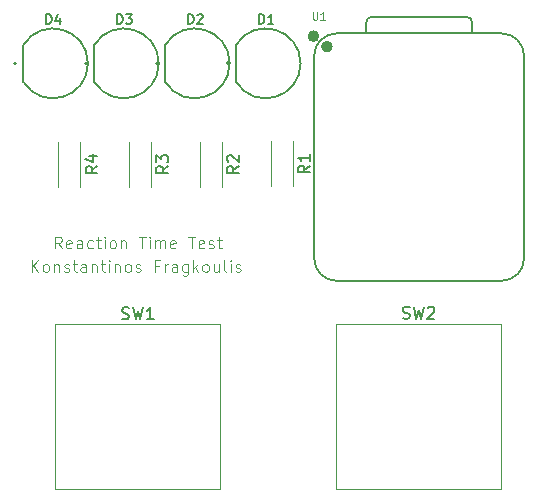
<source format=gbr>
%TF.GenerationSoftware,KiCad,Pcbnew,9.0.2*%
%TF.CreationDate,2025-07-04T12:16:03+03:00*%
%TF.ProjectId,pathfinder,70617468-6669-46e6-9465-722e6b696361,rev?*%
%TF.SameCoordinates,Original*%
%TF.FileFunction,Legend,Top*%
%TF.FilePolarity,Positive*%
%FSLAX46Y46*%
G04 Gerber Fmt 4.6, Leading zero omitted, Abs format (unit mm)*
G04 Created by KiCad (PCBNEW 9.0.2) date 2025-07-04 12:16:03*
%MOMM*%
%LPD*%
G01*
G04 APERTURE LIST*
%ADD10C,0.100000*%
%ADD11C,0.150000*%
%ADD12C,0.101600*%
%ADD13C,0.120000*%
%ADD14C,0.127000*%
%ADD15C,0.200000*%
%ADD16C,0.504000*%
G04 APERTURE END LIST*
D10*
X137403884Y-100922419D02*
X137403884Y-99922419D01*
X137975312Y-100922419D02*
X137546741Y-100350990D01*
X137975312Y-99922419D02*
X137403884Y-100493847D01*
X138546741Y-100922419D02*
X138451503Y-100874800D01*
X138451503Y-100874800D02*
X138403884Y-100827180D01*
X138403884Y-100827180D02*
X138356265Y-100731942D01*
X138356265Y-100731942D02*
X138356265Y-100446228D01*
X138356265Y-100446228D02*
X138403884Y-100350990D01*
X138403884Y-100350990D02*
X138451503Y-100303371D01*
X138451503Y-100303371D02*
X138546741Y-100255752D01*
X138546741Y-100255752D02*
X138689598Y-100255752D01*
X138689598Y-100255752D02*
X138784836Y-100303371D01*
X138784836Y-100303371D02*
X138832455Y-100350990D01*
X138832455Y-100350990D02*
X138880074Y-100446228D01*
X138880074Y-100446228D02*
X138880074Y-100731942D01*
X138880074Y-100731942D02*
X138832455Y-100827180D01*
X138832455Y-100827180D02*
X138784836Y-100874800D01*
X138784836Y-100874800D02*
X138689598Y-100922419D01*
X138689598Y-100922419D02*
X138546741Y-100922419D01*
X139308646Y-100255752D02*
X139308646Y-100922419D01*
X139308646Y-100350990D02*
X139356265Y-100303371D01*
X139356265Y-100303371D02*
X139451503Y-100255752D01*
X139451503Y-100255752D02*
X139594360Y-100255752D01*
X139594360Y-100255752D02*
X139689598Y-100303371D01*
X139689598Y-100303371D02*
X139737217Y-100398609D01*
X139737217Y-100398609D02*
X139737217Y-100922419D01*
X140165789Y-100874800D02*
X140261027Y-100922419D01*
X140261027Y-100922419D02*
X140451503Y-100922419D01*
X140451503Y-100922419D02*
X140546741Y-100874800D01*
X140546741Y-100874800D02*
X140594360Y-100779561D01*
X140594360Y-100779561D02*
X140594360Y-100731942D01*
X140594360Y-100731942D02*
X140546741Y-100636704D01*
X140546741Y-100636704D02*
X140451503Y-100589085D01*
X140451503Y-100589085D02*
X140308646Y-100589085D01*
X140308646Y-100589085D02*
X140213408Y-100541466D01*
X140213408Y-100541466D02*
X140165789Y-100446228D01*
X140165789Y-100446228D02*
X140165789Y-100398609D01*
X140165789Y-100398609D02*
X140213408Y-100303371D01*
X140213408Y-100303371D02*
X140308646Y-100255752D01*
X140308646Y-100255752D02*
X140451503Y-100255752D01*
X140451503Y-100255752D02*
X140546741Y-100303371D01*
X140880075Y-100255752D02*
X141261027Y-100255752D01*
X141022932Y-99922419D02*
X141022932Y-100779561D01*
X141022932Y-100779561D02*
X141070551Y-100874800D01*
X141070551Y-100874800D02*
X141165789Y-100922419D01*
X141165789Y-100922419D02*
X141261027Y-100922419D01*
X142022932Y-100922419D02*
X142022932Y-100398609D01*
X142022932Y-100398609D02*
X141975313Y-100303371D01*
X141975313Y-100303371D02*
X141880075Y-100255752D01*
X141880075Y-100255752D02*
X141689599Y-100255752D01*
X141689599Y-100255752D02*
X141594361Y-100303371D01*
X142022932Y-100874800D02*
X141927694Y-100922419D01*
X141927694Y-100922419D02*
X141689599Y-100922419D01*
X141689599Y-100922419D02*
X141594361Y-100874800D01*
X141594361Y-100874800D02*
X141546742Y-100779561D01*
X141546742Y-100779561D02*
X141546742Y-100684323D01*
X141546742Y-100684323D02*
X141594361Y-100589085D01*
X141594361Y-100589085D02*
X141689599Y-100541466D01*
X141689599Y-100541466D02*
X141927694Y-100541466D01*
X141927694Y-100541466D02*
X142022932Y-100493847D01*
X142499123Y-100255752D02*
X142499123Y-100922419D01*
X142499123Y-100350990D02*
X142546742Y-100303371D01*
X142546742Y-100303371D02*
X142641980Y-100255752D01*
X142641980Y-100255752D02*
X142784837Y-100255752D01*
X142784837Y-100255752D02*
X142880075Y-100303371D01*
X142880075Y-100303371D02*
X142927694Y-100398609D01*
X142927694Y-100398609D02*
X142927694Y-100922419D01*
X143261028Y-100255752D02*
X143641980Y-100255752D01*
X143403885Y-99922419D02*
X143403885Y-100779561D01*
X143403885Y-100779561D02*
X143451504Y-100874800D01*
X143451504Y-100874800D02*
X143546742Y-100922419D01*
X143546742Y-100922419D02*
X143641980Y-100922419D01*
X143975314Y-100922419D02*
X143975314Y-100255752D01*
X143975314Y-99922419D02*
X143927695Y-99970038D01*
X143927695Y-99970038D02*
X143975314Y-100017657D01*
X143975314Y-100017657D02*
X144022933Y-99970038D01*
X144022933Y-99970038D02*
X143975314Y-99922419D01*
X143975314Y-99922419D02*
X143975314Y-100017657D01*
X144451504Y-100255752D02*
X144451504Y-100922419D01*
X144451504Y-100350990D02*
X144499123Y-100303371D01*
X144499123Y-100303371D02*
X144594361Y-100255752D01*
X144594361Y-100255752D02*
X144737218Y-100255752D01*
X144737218Y-100255752D02*
X144832456Y-100303371D01*
X144832456Y-100303371D02*
X144880075Y-100398609D01*
X144880075Y-100398609D02*
X144880075Y-100922419D01*
X145499123Y-100922419D02*
X145403885Y-100874800D01*
X145403885Y-100874800D02*
X145356266Y-100827180D01*
X145356266Y-100827180D02*
X145308647Y-100731942D01*
X145308647Y-100731942D02*
X145308647Y-100446228D01*
X145308647Y-100446228D02*
X145356266Y-100350990D01*
X145356266Y-100350990D02*
X145403885Y-100303371D01*
X145403885Y-100303371D02*
X145499123Y-100255752D01*
X145499123Y-100255752D02*
X145641980Y-100255752D01*
X145641980Y-100255752D02*
X145737218Y-100303371D01*
X145737218Y-100303371D02*
X145784837Y-100350990D01*
X145784837Y-100350990D02*
X145832456Y-100446228D01*
X145832456Y-100446228D02*
X145832456Y-100731942D01*
X145832456Y-100731942D02*
X145784837Y-100827180D01*
X145784837Y-100827180D02*
X145737218Y-100874800D01*
X145737218Y-100874800D02*
X145641980Y-100922419D01*
X145641980Y-100922419D02*
X145499123Y-100922419D01*
X146213409Y-100874800D02*
X146308647Y-100922419D01*
X146308647Y-100922419D02*
X146499123Y-100922419D01*
X146499123Y-100922419D02*
X146594361Y-100874800D01*
X146594361Y-100874800D02*
X146641980Y-100779561D01*
X146641980Y-100779561D02*
X146641980Y-100731942D01*
X146641980Y-100731942D02*
X146594361Y-100636704D01*
X146594361Y-100636704D02*
X146499123Y-100589085D01*
X146499123Y-100589085D02*
X146356266Y-100589085D01*
X146356266Y-100589085D02*
X146261028Y-100541466D01*
X146261028Y-100541466D02*
X146213409Y-100446228D01*
X146213409Y-100446228D02*
X146213409Y-100398609D01*
X146213409Y-100398609D02*
X146261028Y-100303371D01*
X146261028Y-100303371D02*
X146356266Y-100255752D01*
X146356266Y-100255752D02*
X146499123Y-100255752D01*
X146499123Y-100255752D02*
X146594361Y-100303371D01*
X148165790Y-100398609D02*
X147832457Y-100398609D01*
X147832457Y-100922419D02*
X147832457Y-99922419D01*
X147832457Y-99922419D02*
X148308647Y-99922419D01*
X148689600Y-100922419D02*
X148689600Y-100255752D01*
X148689600Y-100446228D02*
X148737219Y-100350990D01*
X148737219Y-100350990D02*
X148784838Y-100303371D01*
X148784838Y-100303371D02*
X148880076Y-100255752D01*
X148880076Y-100255752D02*
X148975314Y-100255752D01*
X149737219Y-100922419D02*
X149737219Y-100398609D01*
X149737219Y-100398609D02*
X149689600Y-100303371D01*
X149689600Y-100303371D02*
X149594362Y-100255752D01*
X149594362Y-100255752D02*
X149403886Y-100255752D01*
X149403886Y-100255752D02*
X149308648Y-100303371D01*
X149737219Y-100874800D02*
X149641981Y-100922419D01*
X149641981Y-100922419D02*
X149403886Y-100922419D01*
X149403886Y-100922419D02*
X149308648Y-100874800D01*
X149308648Y-100874800D02*
X149261029Y-100779561D01*
X149261029Y-100779561D02*
X149261029Y-100684323D01*
X149261029Y-100684323D02*
X149308648Y-100589085D01*
X149308648Y-100589085D02*
X149403886Y-100541466D01*
X149403886Y-100541466D02*
X149641981Y-100541466D01*
X149641981Y-100541466D02*
X149737219Y-100493847D01*
X150641981Y-100255752D02*
X150641981Y-101065276D01*
X150641981Y-101065276D02*
X150594362Y-101160514D01*
X150594362Y-101160514D02*
X150546743Y-101208133D01*
X150546743Y-101208133D02*
X150451505Y-101255752D01*
X150451505Y-101255752D02*
X150308648Y-101255752D01*
X150308648Y-101255752D02*
X150213410Y-101208133D01*
X150641981Y-100874800D02*
X150546743Y-100922419D01*
X150546743Y-100922419D02*
X150356267Y-100922419D01*
X150356267Y-100922419D02*
X150261029Y-100874800D01*
X150261029Y-100874800D02*
X150213410Y-100827180D01*
X150213410Y-100827180D02*
X150165791Y-100731942D01*
X150165791Y-100731942D02*
X150165791Y-100446228D01*
X150165791Y-100446228D02*
X150213410Y-100350990D01*
X150213410Y-100350990D02*
X150261029Y-100303371D01*
X150261029Y-100303371D02*
X150356267Y-100255752D01*
X150356267Y-100255752D02*
X150546743Y-100255752D01*
X150546743Y-100255752D02*
X150641981Y-100303371D01*
X151118172Y-100922419D02*
X151118172Y-99922419D01*
X151213410Y-100541466D02*
X151499124Y-100922419D01*
X151499124Y-100255752D02*
X151118172Y-100636704D01*
X152070553Y-100922419D02*
X151975315Y-100874800D01*
X151975315Y-100874800D02*
X151927696Y-100827180D01*
X151927696Y-100827180D02*
X151880077Y-100731942D01*
X151880077Y-100731942D02*
X151880077Y-100446228D01*
X151880077Y-100446228D02*
X151927696Y-100350990D01*
X151927696Y-100350990D02*
X151975315Y-100303371D01*
X151975315Y-100303371D02*
X152070553Y-100255752D01*
X152070553Y-100255752D02*
X152213410Y-100255752D01*
X152213410Y-100255752D02*
X152308648Y-100303371D01*
X152308648Y-100303371D02*
X152356267Y-100350990D01*
X152356267Y-100350990D02*
X152403886Y-100446228D01*
X152403886Y-100446228D02*
X152403886Y-100731942D01*
X152403886Y-100731942D02*
X152356267Y-100827180D01*
X152356267Y-100827180D02*
X152308648Y-100874800D01*
X152308648Y-100874800D02*
X152213410Y-100922419D01*
X152213410Y-100922419D02*
X152070553Y-100922419D01*
X153261029Y-100255752D02*
X153261029Y-100922419D01*
X152832458Y-100255752D02*
X152832458Y-100779561D01*
X152832458Y-100779561D02*
X152880077Y-100874800D01*
X152880077Y-100874800D02*
X152975315Y-100922419D01*
X152975315Y-100922419D02*
X153118172Y-100922419D01*
X153118172Y-100922419D02*
X153213410Y-100874800D01*
X153213410Y-100874800D02*
X153261029Y-100827180D01*
X153880077Y-100922419D02*
X153784839Y-100874800D01*
X153784839Y-100874800D02*
X153737220Y-100779561D01*
X153737220Y-100779561D02*
X153737220Y-99922419D01*
X154261030Y-100922419D02*
X154261030Y-100255752D01*
X154261030Y-99922419D02*
X154213411Y-99970038D01*
X154213411Y-99970038D02*
X154261030Y-100017657D01*
X154261030Y-100017657D02*
X154308649Y-99970038D01*
X154308649Y-99970038D02*
X154261030Y-99922419D01*
X154261030Y-99922419D02*
X154261030Y-100017657D01*
X154689601Y-100874800D02*
X154784839Y-100922419D01*
X154784839Y-100922419D02*
X154975315Y-100922419D01*
X154975315Y-100922419D02*
X155070553Y-100874800D01*
X155070553Y-100874800D02*
X155118172Y-100779561D01*
X155118172Y-100779561D02*
X155118172Y-100731942D01*
X155118172Y-100731942D02*
X155070553Y-100636704D01*
X155070553Y-100636704D02*
X154975315Y-100589085D01*
X154975315Y-100589085D02*
X154832458Y-100589085D01*
X154832458Y-100589085D02*
X154737220Y-100541466D01*
X154737220Y-100541466D02*
X154689601Y-100446228D01*
X154689601Y-100446228D02*
X154689601Y-100398609D01*
X154689601Y-100398609D02*
X154737220Y-100303371D01*
X154737220Y-100303371D02*
X154832458Y-100255752D01*
X154832458Y-100255752D02*
X154975315Y-100255752D01*
X154975315Y-100255752D02*
X155070553Y-100303371D01*
X139975312Y-98922419D02*
X139641979Y-98446228D01*
X139403884Y-98922419D02*
X139403884Y-97922419D01*
X139403884Y-97922419D02*
X139784836Y-97922419D01*
X139784836Y-97922419D02*
X139880074Y-97970038D01*
X139880074Y-97970038D02*
X139927693Y-98017657D01*
X139927693Y-98017657D02*
X139975312Y-98112895D01*
X139975312Y-98112895D02*
X139975312Y-98255752D01*
X139975312Y-98255752D02*
X139927693Y-98350990D01*
X139927693Y-98350990D02*
X139880074Y-98398609D01*
X139880074Y-98398609D02*
X139784836Y-98446228D01*
X139784836Y-98446228D02*
X139403884Y-98446228D01*
X140784836Y-98874800D02*
X140689598Y-98922419D01*
X140689598Y-98922419D02*
X140499122Y-98922419D01*
X140499122Y-98922419D02*
X140403884Y-98874800D01*
X140403884Y-98874800D02*
X140356265Y-98779561D01*
X140356265Y-98779561D02*
X140356265Y-98398609D01*
X140356265Y-98398609D02*
X140403884Y-98303371D01*
X140403884Y-98303371D02*
X140499122Y-98255752D01*
X140499122Y-98255752D02*
X140689598Y-98255752D01*
X140689598Y-98255752D02*
X140784836Y-98303371D01*
X140784836Y-98303371D02*
X140832455Y-98398609D01*
X140832455Y-98398609D02*
X140832455Y-98493847D01*
X140832455Y-98493847D02*
X140356265Y-98589085D01*
X141689598Y-98922419D02*
X141689598Y-98398609D01*
X141689598Y-98398609D02*
X141641979Y-98303371D01*
X141641979Y-98303371D02*
X141546741Y-98255752D01*
X141546741Y-98255752D02*
X141356265Y-98255752D01*
X141356265Y-98255752D02*
X141261027Y-98303371D01*
X141689598Y-98874800D02*
X141594360Y-98922419D01*
X141594360Y-98922419D02*
X141356265Y-98922419D01*
X141356265Y-98922419D02*
X141261027Y-98874800D01*
X141261027Y-98874800D02*
X141213408Y-98779561D01*
X141213408Y-98779561D02*
X141213408Y-98684323D01*
X141213408Y-98684323D02*
X141261027Y-98589085D01*
X141261027Y-98589085D02*
X141356265Y-98541466D01*
X141356265Y-98541466D02*
X141594360Y-98541466D01*
X141594360Y-98541466D02*
X141689598Y-98493847D01*
X142594360Y-98874800D02*
X142499122Y-98922419D01*
X142499122Y-98922419D02*
X142308646Y-98922419D01*
X142308646Y-98922419D02*
X142213408Y-98874800D01*
X142213408Y-98874800D02*
X142165789Y-98827180D01*
X142165789Y-98827180D02*
X142118170Y-98731942D01*
X142118170Y-98731942D02*
X142118170Y-98446228D01*
X142118170Y-98446228D02*
X142165789Y-98350990D01*
X142165789Y-98350990D02*
X142213408Y-98303371D01*
X142213408Y-98303371D02*
X142308646Y-98255752D01*
X142308646Y-98255752D02*
X142499122Y-98255752D01*
X142499122Y-98255752D02*
X142594360Y-98303371D01*
X142880075Y-98255752D02*
X143261027Y-98255752D01*
X143022932Y-97922419D02*
X143022932Y-98779561D01*
X143022932Y-98779561D02*
X143070551Y-98874800D01*
X143070551Y-98874800D02*
X143165789Y-98922419D01*
X143165789Y-98922419D02*
X143261027Y-98922419D01*
X143594361Y-98922419D02*
X143594361Y-98255752D01*
X143594361Y-97922419D02*
X143546742Y-97970038D01*
X143546742Y-97970038D02*
X143594361Y-98017657D01*
X143594361Y-98017657D02*
X143641980Y-97970038D01*
X143641980Y-97970038D02*
X143594361Y-97922419D01*
X143594361Y-97922419D02*
X143594361Y-98017657D01*
X144213408Y-98922419D02*
X144118170Y-98874800D01*
X144118170Y-98874800D02*
X144070551Y-98827180D01*
X144070551Y-98827180D02*
X144022932Y-98731942D01*
X144022932Y-98731942D02*
X144022932Y-98446228D01*
X144022932Y-98446228D02*
X144070551Y-98350990D01*
X144070551Y-98350990D02*
X144118170Y-98303371D01*
X144118170Y-98303371D02*
X144213408Y-98255752D01*
X144213408Y-98255752D02*
X144356265Y-98255752D01*
X144356265Y-98255752D02*
X144451503Y-98303371D01*
X144451503Y-98303371D02*
X144499122Y-98350990D01*
X144499122Y-98350990D02*
X144546741Y-98446228D01*
X144546741Y-98446228D02*
X144546741Y-98731942D01*
X144546741Y-98731942D02*
X144499122Y-98827180D01*
X144499122Y-98827180D02*
X144451503Y-98874800D01*
X144451503Y-98874800D02*
X144356265Y-98922419D01*
X144356265Y-98922419D02*
X144213408Y-98922419D01*
X144975313Y-98255752D02*
X144975313Y-98922419D01*
X144975313Y-98350990D02*
X145022932Y-98303371D01*
X145022932Y-98303371D02*
X145118170Y-98255752D01*
X145118170Y-98255752D02*
X145261027Y-98255752D01*
X145261027Y-98255752D02*
X145356265Y-98303371D01*
X145356265Y-98303371D02*
X145403884Y-98398609D01*
X145403884Y-98398609D02*
X145403884Y-98922419D01*
X146499123Y-97922419D02*
X147070551Y-97922419D01*
X146784837Y-98922419D02*
X146784837Y-97922419D01*
X147403885Y-98922419D02*
X147403885Y-98255752D01*
X147403885Y-97922419D02*
X147356266Y-97970038D01*
X147356266Y-97970038D02*
X147403885Y-98017657D01*
X147403885Y-98017657D02*
X147451504Y-97970038D01*
X147451504Y-97970038D02*
X147403885Y-97922419D01*
X147403885Y-97922419D02*
X147403885Y-98017657D01*
X147880075Y-98922419D02*
X147880075Y-98255752D01*
X147880075Y-98350990D02*
X147927694Y-98303371D01*
X147927694Y-98303371D02*
X148022932Y-98255752D01*
X148022932Y-98255752D02*
X148165789Y-98255752D01*
X148165789Y-98255752D02*
X148261027Y-98303371D01*
X148261027Y-98303371D02*
X148308646Y-98398609D01*
X148308646Y-98398609D02*
X148308646Y-98922419D01*
X148308646Y-98398609D02*
X148356265Y-98303371D01*
X148356265Y-98303371D02*
X148451503Y-98255752D01*
X148451503Y-98255752D02*
X148594360Y-98255752D01*
X148594360Y-98255752D02*
X148689599Y-98303371D01*
X148689599Y-98303371D02*
X148737218Y-98398609D01*
X148737218Y-98398609D02*
X148737218Y-98922419D01*
X149594360Y-98874800D02*
X149499122Y-98922419D01*
X149499122Y-98922419D02*
X149308646Y-98922419D01*
X149308646Y-98922419D02*
X149213408Y-98874800D01*
X149213408Y-98874800D02*
X149165789Y-98779561D01*
X149165789Y-98779561D02*
X149165789Y-98398609D01*
X149165789Y-98398609D02*
X149213408Y-98303371D01*
X149213408Y-98303371D02*
X149308646Y-98255752D01*
X149308646Y-98255752D02*
X149499122Y-98255752D01*
X149499122Y-98255752D02*
X149594360Y-98303371D01*
X149594360Y-98303371D02*
X149641979Y-98398609D01*
X149641979Y-98398609D02*
X149641979Y-98493847D01*
X149641979Y-98493847D02*
X149165789Y-98589085D01*
X150689599Y-97922419D02*
X151261027Y-97922419D01*
X150975313Y-98922419D02*
X150975313Y-97922419D01*
X151975313Y-98874800D02*
X151880075Y-98922419D01*
X151880075Y-98922419D02*
X151689599Y-98922419D01*
X151689599Y-98922419D02*
X151594361Y-98874800D01*
X151594361Y-98874800D02*
X151546742Y-98779561D01*
X151546742Y-98779561D02*
X151546742Y-98398609D01*
X151546742Y-98398609D02*
X151594361Y-98303371D01*
X151594361Y-98303371D02*
X151689599Y-98255752D01*
X151689599Y-98255752D02*
X151880075Y-98255752D01*
X151880075Y-98255752D02*
X151975313Y-98303371D01*
X151975313Y-98303371D02*
X152022932Y-98398609D01*
X152022932Y-98398609D02*
X152022932Y-98493847D01*
X152022932Y-98493847D02*
X151546742Y-98589085D01*
X152403885Y-98874800D02*
X152499123Y-98922419D01*
X152499123Y-98922419D02*
X152689599Y-98922419D01*
X152689599Y-98922419D02*
X152784837Y-98874800D01*
X152784837Y-98874800D02*
X152832456Y-98779561D01*
X152832456Y-98779561D02*
X152832456Y-98731942D01*
X152832456Y-98731942D02*
X152784837Y-98636704D01*
X152784837Y-98636704D02*
X152689599Y-98589085D01*
X152689599Y-98589085D02*
X152546742Y-98589085D01*
X152546742Y-98589085D02*
X152451504Y-98541466D01*
X152451504Y-98541466D02*
X152403885Y-98446228D01*
X152403885Y-98446228D02*
X152403885Y-98398609D01*
X152403885Y-98398609D02*
X152451504Y-98303371D01*
X152451504Y-98303371D02*
X152546742Y-98255752D01*
X152546742Y-98255752D02*
X152689599Y-98255752D01*
X152689599Y-98255752D02*
X152784837Y-98303371D01*
X153118171Y-98255752D02*
X153499123Y-98255752D01*
X153261028Y-97922419D02*
X153261028Y-98779561D01*
X153261028Y-98779561D02*
X153308647Y-98874800D01*
X153308647Y-98874800D02*
X153403885Y-98922419D01*
X153403885Y-98922419D02*
X153499123Y-98922419D01*
D11*
X145076667Y-104873200D02*
X145219524Y-104920819D01*
X145219524Y-104920819D02*
X145457619Y-104920819D01*
X145457619Y-104920819D02*
X145552857Y-104873200D01*
X145552857Y-104873200D02*
X145600476Y-104825580D01*
X145600476Y-104825580D02*
X145648095Y-104730342D01*
X145648095Y-104730342D02*
X145648095Y-104635104D01*
X145648095Y-104635104D02*
X145600476Y-104539866D01*
X145600476Y-104539866D02*
X145552857Y-104492247D01*
X145552857Y-104492247D02*
X145457619Y-104444628D01*
X145457619Y-104444628D02*
X145267143Y-104397009D01*
X145267143Y-104397009D02*
X145171905Y-104349390D01*
X145171905Y-104349390D02*
X145124286Y-104301771D01*
X145124286Y-104301771D02*
X145076667Y-104206533D01*
X145076667Y-104206533D02*
X145076667Y-104111295D01*
X145076667Y-104111295D02*
X145124286Y-104016057D01*
X145124286Y-104016057D02*
X145171905Y-103968438D01*
X145171905Y-103968438D02*
X145267143Y-103920819D01*
X145267143Y-103920819D02*
X145505238Y-103920819D01*
X145505238Y-103920819D02*
X145648095Y-103968438D01*
X145981429Y-103920819D02*
X146219524Y-104920819D01*
X146219524Y-104920819D02*
X146410000Y-104206533D01*
X146410000Y-104206533D02*
X146600476Y-104920819D01*
X146600476Y-104920819D02*
X146838572Y-103920819D01*
X147743333Y-104920819D02*
X147171905Y-104920819D01*
X147457619Y-104920819D02*
X147457619Y-103920819D01*
X147457619Y-103920819D02*
X147362381Y-104063676D01*
X147362381Y-104063676D02*
X147267143Y-104158914D01*
X147267143Y-104158914D02*
X147171905Y-104206533D01*
X150669524Y-79914295D02*
X150669524Y-79114295D01*
X150669524Y-79114295D02*
X150860000Y-79114295D01*
X150860000Y-79114295D02*
X150974286Y-79152390D01*
X150974286Y-79152390D02*
X151050476Y-79228580D01*
X151050476Y-79228580D02*
X151088571Y-79304771D01*
X151088571Y-79304771D02*
X151126667Y-79457152D01*
X151126667Y-79457152D02*
X151126667Y-79571438D01*
X151126667Y-79571438D02*
X151088571Y-79723819D01*
X151088571Y-79723819D02*
X151050476Y-79800009D01*
X151050476Y-79800009D02*
X150974286Y-79876200D01*
X150974286Y-79876200D02*
X150860000Y-79914295D01*
X150860000Y-79914295D02*
X150669524Y-79914295D01*
X151431428Y-79190485D02*
X151469524Y-79152390D01*
X151469524Y-79152390D02*
X151545714Y-79114295D01*
X151545714Y-79114295D02*
X151736190Y-79114295D01*
X151736190Y-79114295D02*
X151812381Y-79152390D01*
X151812381Y-79152390D02*
X151850476Y-79190485D01*
X151850476Y-79190485D02*
X151888571Y-79266676D01*
X151888571Y-79266676D02*
X151888571Y-79342866D01*
X151888571Y-79342866D02*
X151850476Y-79457152D01*
X151850476Y-79457152D02*
X151393333Y-79914295D01*
X151393333Y-79914295D02*
X151888571Y-79914295D01*
X144669524Y-79914295D02*
X144669524Y-79114295D01*
X144669524Y-79114295D02*
X144860000Y-79114295D01*
X144860000Y-79114295D02*
X144974286Y-79152390D01*
X144974286Y-79152390D02*
X145050476Y-79228580D01*
X145050476Y-79228580D02*
X145088571Y-79304771D01*
X145088571Y-79304771D02*
X145126667Y-79457152D01*
X145126667Y-79457152D02*
X145126667Y-79571438D01*
X145126667Y-79571438D02*
X145088571Y-79723819D01*
X145088571Y-79723819D02*
X145050476Y-79800009D01*
X145050476Y-79800009D02*
X144974286Y-79876200D01*
X144974286Y-79876200D02*
X144860000Y-79914295D01*
X144860000Y-79914295D02*
X144669524Y-79914295D01*
X145393333Y-79114295D02*
X145888571Y-79114295D01*
X145888571Y-79114295D02*
X145621905Y-79419057D01*
X145621905Y-79419057D02*
X145736190Y-79419057D01*
X145736190Y-79419057D02*
X145812381Y-79457152D01*
X145812381Y-79457152D02*
X145850476Y-79495247D01*
X145850476Y-79495247D02*
X145888571Y-79571438D01*
X145888571Y-79571438D02*
X145888571Y-79761914D01*
X145888571Y-79761914D02*
X145850476Y-79838104D01*
X145850476Y-79838104D02*
X145812381Y-79876200D01*
X145812381Y-79876200D02*
X145736190Y-79914295D01*
X145736190Y-79914295D02*
X145507619Y-79914295D01*
X145507619Y-79914295D02*
X145431428Y-79876200D01*
X145431428Y-79876200D02*
X145393333Y-79838104D01*
X168846667Y-104833200D02*
X168989524Y-104880819D01*
X168989524Y-104880819D02*
X169227619Y-104880819D01*
X169227619Y-104880819D02*
X169322857Y-104833200D01*
X169322857Y-104833200D02*
X169370476Y-104785580D01*
X169370476Y-104785580D02*
X169418095Y-104690342D01*
X169418095Y-104690342D02*
X169418095Y-104595104D01*
X169418095Y-104595104D02*
X169370476Y-104499866D01*
X169370476Y-104499866D02*
X169322857Y-104452247D01*
X169322857Y-104452247D02*
X169227619Y-104404628D01*
X169227619Y-104404628D02*
X169037143Y-104357009D01*
X169037143Y-104357009D02*
X168941905Y-104309390D01*
X168941905Y-104309390D02*
X168894286Y-104261771D01*
X168894286Y-104261771D02*
X168846667Y-104166533D01*
X168846667Y-104166533D02*
X168846667Y-104071295D01*
X168846667Y-104071295D02*
X168894286Y-103976057D01*
X168894286Y-103976057D02*
X168941905Y-103928438D01*
X168941905Y-103928438D02*
X169037143Y-103880819D01*
X169037143Y-103880819D02*
X169275238Y-103880819D01*
X169275238Y-103880819D02*
X169418095Y-103928438D01*
X169751429Y-103880819D02*
X169989524Y-104880819D01*
X169989524Y-104880819D02*
X170180000Y-104166533D01*
X170180000Y-104166533D02*
X170370476Y-104880819D01*
X170370476Y-104880819D02*
X170608572Y-103880819D01*
X170941905Y-103976057D02*
X170989524Y-103928438D01*
X170989524Y-103928438D02*
X171084762Y-103880819D01*
X171084762Y-103880819D02*
X171322857Y-103880819D01*
X171322857Y-103880819D02*
X171418095Y-103928438D01*
X171418095Y-103928438D02*
X171465714Y-103976057D01*
X171465714Y-103976057D02*
X171513333Y-104071295D01*
X171513333Y-104071295D02*
X171513333Y-104166533D01*
X171513333Y-104166533D02*
X171465714Y-104309390D01*
X171465714Y-104309390D02*
X170894286Y-104880819D01*
X170894286Y-104880819D02*
X171513333Y-104880819D01*
X138669524Y-79914295D02*
X138669524Y-79114295D01*
X138669524Y-79114295D02*
X138860000Y-79114295D01*
X138860000Y-79114295D02*
X138974286Y-79152390D01*
X138974286Y-79152390D02*
X139050476Y-79228580D01*
X139050476Y-79228580D02*
X139088571Y-79304771D01*
X139088571Y-79304771D02*
X139126667Y-79457152D01*
X139126667Y-79457152D02*
X139126667Y-79571438D01*
X139126667Y-79571438D02*
X139088571Y-79723819D01*
X139088571Y-79723819D02*
X139050476Y-79800009D01*
X139050476Y-79800009D02*
X138974286Y-79876200D01*
X138974286Y-79876200D02*
X138860000Y-79914295D01*
X138860000Y-79914295D02*
X138669524Y-79914295D01*
X139812381Y-79380961D02*
X139812381Y-79914295D01*
X139621905Y-79076200D02*
X139431428Y-79647628D01*
X139431428Y-79647628D02*
X139926667Y-79647628D01*
X148974819Y-91966666D02*
X148498628Y-92299999D01*
X148974819Y-92538094D02*
X147974819Y-92538094D01*
X147974819Y-92538094D02*
X147974819Y-92157142D01*
X147974819Y-92157142D02*
X148022438Y-92061904D01*
X148022438Y-92061904D02*
X148070057Y-92014285D01*
X148070057Y-92014285D02*
X148165295Y-91966666D01*
X148165295Y-91966666D02*
X148308152Y-91966666D01*
X148308152Y-91966666D02*
X148403390Y-92014285D01*
X148403390Y-92014285D02*
X148451009Y-92061904D01*
X148451009Y-92061904D02*
X148498628Y-92157142D01*
X148498628Y-92157142D02*
X148498628Y-92538094D01*
X147974819Y-91633332D02*
X147974819Y-91014285D01*
X147974819Y-91014285D02*
X148355771Y-91347618D01*
X148355771Y-91347618D02*
X148355771Y-91204761D01*
X148355771Y-91204761D02*
X148403390Y-91109523D01*
X148403390Y-91109523D02*
X148451009Y-91061904D01*
X148451009Y-91061904D02*
X148546247Y-91014285D01*
X148546247Y-91014285D02*
X148784342Y-91014285D01*
X148784342Y-91014285D02*
X148879580Y-91061904D01*
X148879580Y-91061904D02*
X148927200Y-91109523D01*
X148927200Y-91109523D02*
X148974819Y-91204761D01*
X148974819Y-91204761D02*
X148974819Y-91490475D01*
X148974819Y-91490475D02*
X148927200Y-91585713D01*
X148927200Y-91585713D02*
X148879580Y-91633332D01*
X156669524Y-79914295D02*
X156669524Y-79114295D01*
X156669524Y-79114295D02*
X156860000Y-79114295D01*
X156860000Y-79114295D02*
X156974286Y-79152390D01*
X156974286Y-79152390D02*
X157050476Y-79228580D01*
X157050476Y-79228580D02*
X157088571Y-79304771D01*
X157088571Y-79304771D02*
X157126667Y-79457152D01*
X157126667Y-79457152D02*
X157126667Y-79571438D01*
X157126667Y-79571438D02*
X157088571Y-79723819D01*
X157088571Y-79723819D02*
X157050476Y-79800009D01*
X157050476Y-79800009D02*
X156974286Y-79876200D01*
X156974286Y-79876200D02*
X156860000Y-79914295D01*
X156860000Y-79914295D02*
X156669524Y-79914295D01*
X157888571Y-79914295D02*
X157431428Y-79914295D01*
X157660000Y-79914295D02*
X157660000Y-79114295D01*
X157660000Y-79114295D02*
X157583809Y-79228580D01*
X157583809Y-79228580D02*
X157507619Y-79304771D01*
X157507619Y-79304771D02*
X157431428Y-79342866D01*
X154974819Y-91966666D02*
X154498628Y-92299999D01*
X154974819Y-92538094D02*
X153974819Y-92538094D01*
X153974819Y-92538094D02*
X153974819Y-92157142D01*
X153974819Y-92157142D02*
X154022438Y-92061904D01*
X154022438Y-92061904D02*
X154070057Y-92014285D01*
X154070057Y-92014285D02*
X154165295Y-91966666D01*
X154165295Y-91966666D02*
X154308152Y-91966666D01*
X154308152Y-91966666D02*
X154403390Y-92014285D01*
X154403390Y-92014285D02*
X154451009Y-92061904D01*
X154451009Y-92061904D02*
X154498628Y-92157142D01*
X154498628Y-92157142D02*
X154498628Y-92538094D01*
X154070057Y-91585713D02*
X154022438Y-91538094D01*
X154022438Y-91538094D02*
X153974819Y-91442856D01*
X153974819Y-91442856D02*
X153974819Y-91204761D01*
X153974819Y-91204761D02*
X154022438Y-91109523D01*
X154022438Y-91109523D02*
X154070057Y-91061904D01*
X154070057Y-91061904D02*
X154165295Y-91014285D01*
X154165295Y-91014285D02*
X154260533Y-91014285D01*
X154260533Y-91014285D02*
X154403390Y-91061904D01*
X154403390Y-91061904D02*
X154974819Y-91633332D01*
X154974819Y-91633332D02*
X154974819Y-91014285D01*
D12*
X161236190Y-78913479D02*
X161236190Y-79427526D01*
X161236190Y-79427526D02*
X161266428Y-79488002D01*
X161266428Y-79488002D02*
X161296666Y-79518241D01*
X161296666Y-79518241D02*
X161357142Y-79548479D01*
X161357142Y-79548479D02*
X161478095Y-79548479D01*
X161478095Y-79548479D02*
X161538571Y-79518241D01*
X161538571Y-79518241D02*
X161568809Y-79488002D01*
X161568809Y-79488002D02*
X161599047Y-79427526D01*
X161599047Y-79427526D02*
X161599047Y-78913479D01*
X162234047Y-79548479D02*
X161871190Y-79548479D01*
X162052618Y-79548479D02*
X162052618Y-78913479D01*
X162052618Y-78913479D02*
X161992142Y-79004193D01*
X161992142Y-79004193D02*
X161931666Y-79064669D01*
X161931666Y-79064669D02*
X161871190Y-79094907D01*
D11*
X142974819Y-91966666D02*
X142498628Y-92299999D01*
X142974819Y-92538094D02*
X141974819Y-92538094D01*
X141974819Y-92538094D02*
X141974819Y-92157142D01*
X141974819Y-92157142D02*
X142022438Y-92061904D01*
X142022438Y-92061904D02*
X142070057Y-92014285D01*
X142070057Y-92014285D02*
X142165295Y-91966666D01*
X142165295Y-91966666D02*
X142308152Y-91966666D01*
X142308152Y-91966666D02*
X142403390Y-92014285D01*
X142403390Y-92014285D02*
X142451009Y-92061904D01*
X142451009Y-92061904D02*
X142498628Y-92157142D01*
X142498628Y-92157142D02*
X142498628Y-92538094D01*
X142308152Y-91109523D02*
X142974819Y-91109523D01*
X141927200Y-91347618D02*
X142641485Y-91585713D01*
X142641485Y-91585713D02*
X142641485Y-90966666D01*
X160974819Y-91926666D02*
X160498628Y-92259999D01*
X160974819Y-92498094D02*
X159974819Y-92498094D01*
X159974819Y-92498094D02*
X159974819Y-92117142D01*
X159974819Y-92117142D02*
X160022438Y-92021904D01*
X160022438Y-92021904D02*
X160070057Y-91974285D01*
X160070057Y-91974285D02*
X160165295Y-91926666D01*
X160165295Y-91926666D02*
X160308152Y-91926666D01*
X160308152Y-91926666D02*
X160403390Y-91974285D01*
X160403390Y-91974285D02*
X160451009Y-92021904D01*
X160451009Y-92021904D02*
X160498628Y-92117142D01*
X160498628Y-92117142D02*
X160498628Y-92498094D01*
X160974819Y-90974285D02*
X160974819Y-91545713D01*
X160974819Y-91259999D02*
X159974819Y-91259999D01*
X159974819Y-91259999D02*
X160117676Y-91355237D01*
X160117676Y-91355237D02*
X160212914Y-91450475D01*
X160212914Y-91450475D02*
X160260533Y-91545713D01*
D13*
%TO.C,SW1*%
X139425000Y-105355000D02*
X153395000Y-105355000D01*
X139425000Y-119325000D02*
X139425000Y-105355000D01*
X153395000Y-105355000D02*
X153395000Y-119325000D01*
X153395000Y-119325000D02*
X139425000Y-119325000D01*
D14*
%TO.C,D2*%
X148720000Y-81694000D02*
X148720000Y-84826000D01*
X148720000Y-81694000D02*
G75*
G02*
X148720000Y-84826000I2506124J-1566000D01*
G01*
D15*
X148120000Y-83260000D02*
G75*
G02*
X147920000Y-83260000I-100000J0D01*
G01*
X147920000Y-83260000D02*
G75*
G02*
X148120000Y-83260000I100000J0D01*
G01*
D14*
%TO.C,D3*%
X142720000Y-81694000D02*
X142720000Y-84826000D01*
X142720000Y-81694000D02*
G75*
G02*
X142720000Y-84826000I2506124J-1566000D01*
G01*
D15*
X142120000Y-83260000D02*
G75*
G02*
X141920000Y-83260000I-100000J0D01*
G01*
X141920000Y-83260000D02*
G75*
G02*
X142120000Y-83260000I100000J0D01*
G01*
D13*
%TO.C,SW2*%
X163195000Y-105315000D02*
X177165000Y-105315000D01*
X163195000Y-119285000D02*
X163195000Y-105315000D01*
X177165000Y-105315000D02*
X177165000Y-119285000D01*
X177165000Y-119285000D02*
X163195000Y-119285000D01*
D14*
%TO.C,D4*%
X136720000Y-81694000D02*
X136720000Y-84826000D01*
X136720000Y-81694000D02*
G75*
G02*
X136720000Y-84826000I2506124J-1566000D01*
G01*
D15*
X136120000Y-83260000D02*
G75*
G02*
X135920000Y-83260000I-100000J0D01*
G01*
X135920000Y-83260000D02*
G75*
G02*
X136120000Y-83260000I100000J0D01*
G01*
D13*
%TO.C,R3*%
X145680000Y-89880000D02*
X145680000Y-93720000D01*
X147520000Y-89880000D02*
X147520000Y-93720000D01*
D14*
%TO.C,D1*%
X154720000Y-81694000D02*
X154720000Y-84826000D01*
X154720000Y-81694000D02*
G75*
G02*
X154720000Y-84826000I2506124J-1566000D01*
G01*
D15*
X154120000Y-83260000D02*
G75*
G02*
X153920000Y-83260000I-100000J0D01*
G01*
X153920000Y-83260000D02*
G75*
G02*
X154120000Y-83260000I100000J0D01*
G01*
D13*
%TO.C,R2*%
X151680000Y-89880000D02*
X151680000Y-93720000D01*
X153520000Y-89880000D02*
X153520000Y-93720000D01*
D14*
%TO.C,U1*%
X161330000Y-99769000D02*
X161330000Y-82624000D01*
X163235000Y-101674000D02*
X177205000Y-101674000D01*
X165725000Y-80719000D02*
X165728728Y-79808728D01*
X166228728Y-79309000D02*
X174224000Y-79309000D01*
X174724000Y-79809000D02*
X174724000Y-80719000D01*
D10*
X177205000Y-80719000D02*
X163235000Y-80719000D01*
D14*
X177205000Y-80719000D02*
X163235000Y-80719000D01*
X179110000Y-99769000D02*
X179110000Y-82624000D01*
X161330000Y-82624000D02*
G75*
G02*
X163235000Y-80719000I1905001J-1D01*
G01*
X163235000Y-101674000D02*
G75*
G02*
X161330000Y-99769000I1J1905001D01*
G01*
X165728728Y-79808728D02*
G75*
G02*
X166228728Y-79309001I500018J-291D01*
G01*
X174224000Y-79309000D02*
G75*
G02*
X174724000Y-79809000I0J-500000D01*
G01*
X177205000Y-80719000D02*
G75*
G02*
X179110000Y-82624000I0J-1905000D01*
G01*
X179110000Y-99769000D02*
G75*
G02*
X177205000Y-101674000I-1905000J0D01*
G01*
D16*
X161522000Y-80960000D02*
G75*
G02*
X161018000Y-80960000I-252000J0D01*
G01*
X161018000Y-80960000D02*
G75*
G02*
X161522000Y-80960000I252000J0D01*
G01*
X162665000Y-81840000D02*
G75*
G02*
X162161000Y-81840000I-252000J0D01*
G01*
X162161000Y-81840000D02*
G75*
G02*
X162665000Y-81840000I252000J0D01*
G01*
D13*
%TO.C,R4*%
X139680000Y-89880000D02*
X139680000Y-93720000D01*
X141520000Y-89880000D02*
X141520000Y-93720000D01*
%TO.C,R1*%
X157680000Y-89840000D02*
X157680000Y-93680000D01*
X159520000Y-89840000D02*
X159520000Y-93680000D01*
%TD*%
M02*

</source>
